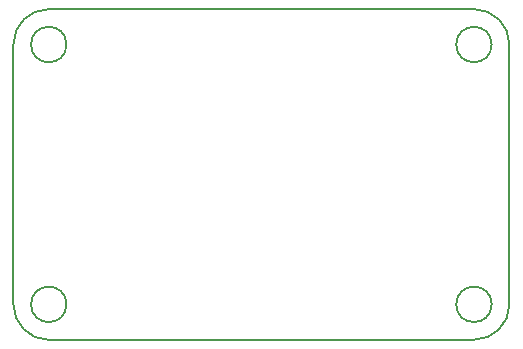
<source format=gm1>
G04 #@! TF.FileFunction,Profile,NP*
%FSLAX45Y45*%
G04 Gerber Fmt 4.5, Leading zero omitted, Abs format (unit mm)*
G04 Created by KiCad (PCBNEW 4.0.1-stable) date 2016 October 24, Monday 13:30:03*
%MOMM*%
G01*
G04 APERTURE LIST*
%ADD10C,0.100000*%
%ADD11C,0.150000*%
G04 APERTURE END LIST*
D10*
D11*
X16550000Y-12000000D02*
G75*
G03X16550000Y-12000000I-150000J0D01*
G01*
X12950000Y-12000000D02*
G75*
G03X12950000Y-12000000I-150000J0D01*
G01*
X12950000Y-9800000D02*
G75*
G03X12950000Y-9800000I-150000J0D01*
G01*
X16550000Y-9800000D02*
G75*
G03X16550000Y-9800000I-150000J0D01*
G01*
X12800000Y-9500000D02*
X16400000Y-9500000D01*
X12500000Y-12000000D02*
X12500000Y-9800000D01*
X16700000Y-9800000D02*
X16700000Y-12000000D01*
X12800000Y-9500000D02*
G75*
G03X12500000Y-9800000I0J-300000D01*
G01*
X12500000Y-12000000D02*
G75*
G03X12800000Y-12300000I300000J0D01*
G01*
X16400000Y-12300000D02*
X12800000Y-12300000D01*
X16400000Y-12300000D02*
G75*
G03X16700000Y-12000000I0J300000D01*
G01*
X16700000Y-9800000D02*
G75*
G03X16400000Y-9500000I-300000J0D01*
G01*
M02*

</source>
